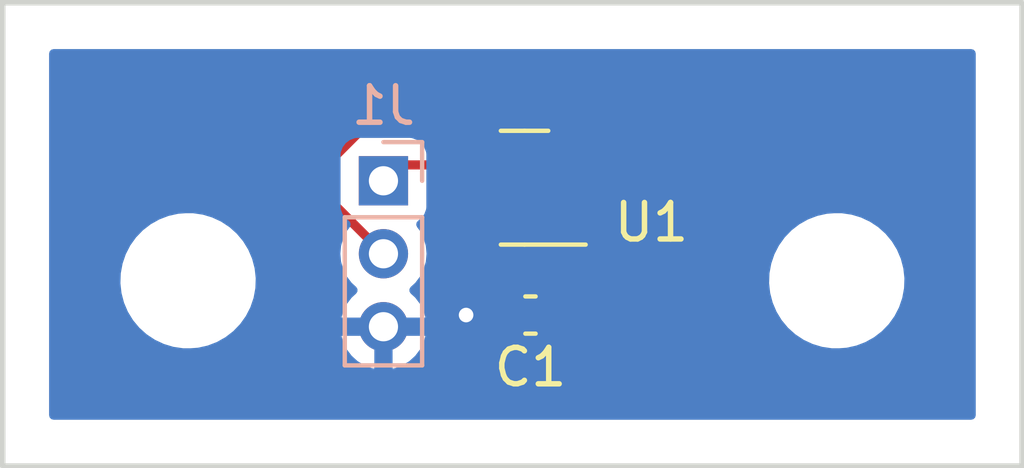
<source format=kicad_pcb>
(kicad_pcb (version 20221018) (generator pcbnew)
  (layers (0 "F.Cu" signal) (31 "B.Cu" signal) (34 "B.Paste" user) (35 "F.Paste" user) (36 "B.SilkS" user "B.Silkscreen") (37 "F.SilkS" user "F.Silkscreen") (38 "B.Mask" user) (39 "F.Mask" user) (44 "Edge.Cuts" user))
  (net 0 "")
  (net 1 "Net-(J1-Pin_1)")
  (net 2 "Net-(J1-Pin_3)")
  (net 3 "Net-(J1-Pin_2)")
  (footprint "MountingHole:MountingHole_3.2mm_M3" (layer "F.Cu") (at 83.82 91.44)
    (fp_text reference "REF**" hide)
    (fp_text value "MountingHole_3.2mm_M3" hide)
    (pad "" np_thru_hole circle (at 0 0) (size 3.2 3.2) (drill 3.2) (layers "*.Cu" "*.Mask"))
  )
  (footprint "MountingHole:MountingHole_3.2mm_M3" (layer "F.Cu") (at 66.04 91.44)
    (fp_text reference "REF**" hide)
    (fp_text value "MountingHole_3.2mm_M3" hide)
    (pad "" np_thru_hole circle (at 0 0) (size 3.2 3.2) (drill 3.2) (layers "*.Cu" "*.Mask"))
  )
  (footprint "Package_TO_SOT_SMD:SOT-23" (layer "F.Cu") (at 75.2625 88.89 180)
    (fp_text reference "U1" (at -3.4775 -0.95) (layer "F.SilkS"))
    (fp_text value "DRV5033AJxDBZ" hide)
    (fp_line (start 0 -1.56) (end -1.675 -1.56) (stroke (width 0.12)) (layer "F.SilkS"))
    (fp_line (start 0 -1.56) (end 0.65 -1.56) (stroke (width 0.12)) (layer "F.SilkS"))
    (fp_line (start 0 1.56) (end -0.65 1.56) (stroke (width 0.12)) (layer "F.SilkS"))
    (fp_line (start 0 1.56) (end 0.65 1.56) (stroke (width 0.12)) (layer "F.SilkS"))
    (pad "1" smd roundrect (at -0.9375 -0.95 180) (size 1.475 0.6) (layers "F.Cu" "F.Paste" "F.Mask") (net 1 "Net-(J1-Pin_1)"))
    (pad "2" smd roundrect (at -0.9375 0.95 180) (size 1.475 0.6) (layers "F.Cu" "F.Paste" "F.Mask") (net 3 "Net-(J1-Pin_2)"))
    (pad "3" smd roundrect (at 0.9375 0 180) (size 1.475 0.6) (layers "F.Cu" "F.Paste" "F.Mask") (net 2 "Net-(J1-Pin_3)"))
  )
  (footprint "Capacitor_SMD:C_0603_1608Metric" (layer "F.Cu") (at 75.425 92.38 180)
    (fp_text reference "C1" (at 0 -1.43) (layer "F.SilkS"))
    (fp_text value "100n" hide)
    (fp_line (start -0.14058 -0.51) (end 0.14058 -0.51) (stroke (width 0.12)) (layer "F.SilkS"))
    (fp_line (start -0.14058 0.51) (end 0.14058 0.51) (stroke (width 0.12)) (layer "F.SilkS"))
    (pad "1" smd roundrect (at -0.775 0 180) (size 0.9 0.95) (layers "F.Cu" "F.Paste" "F.Mask") (net 1 "Net-(J1-Pin_1)"))
    (pad "2" smd roundrect (at 0.775 0 180) (size 0.9 0.95) (layers "F.Cu" "F.Paste" "F.Mask") (net 2 "Net-(J1-Pin_3)"))
  )
  (footprint "Connector_PinHeader_2.00mm:PinHeader_1x03_P2.00mm_Vertical" (layer "B.Cu") (at 71.395 88.7 180)
    (fp_text reference "J1" (at 0 2.06) (layer "B.SilkS") (effects (justify mirror)))
    (fp_text value "Conn_01x03" hide)
    (fp_line (start -1.06 -5.06) (end 1.06 -5.06) (stroke (width 0.12)) (layer "B.SilkS"))
    (fp_line (start -1.06 -1) (end -1.06 -5.06) (stroke (width 0.12)) (layer "B.SilkS"))
    (fp_line (start -1.06 -1) (end 1.06 -1) (stroke (width 0.12)) (layer "B.SilkS"))
    (fp_line (start -1.06 0) (end -1.06 1.06) (stroke (width 0.12)) (layer "B.SilkS"))
    (fp_line (start -1.06 1.06) (end 0 1.06) (stroke (width 0.12)) (layer "B.SilkS"))
    (fp_line (start 1.06 -1) (end 1.06 -5.06) (stroke (width 0.12)) (layer "B.SilkS"))
    (pad "1" thru_hole rect (at 0 0 180) (size 1.35 1.35) (drill 0.8) (layers "*.Cu" "*.Mask") (net 1 "Net-(J1-Pin_1)"))
    (pad "2" thru_hole oval (at 0 -2 180) (size 1.35 1.35) (drill 0.8) (layers "*.Cu" "*.Mask") (net 3 "Net-(J1-Pin_2)"))
    (pad "3" thru_hole oval (at 0 -4 180) (size 1.35 1.35) (drill 0.8) (layers "*.Cu" "*.Mask") (net 2 "Net-(J1-Pin_3)"))
  )
  (gr_rect (start 60.96 83.82) (end 88.9 96.52) (stroke (width 0.15)) (fill none) (layer "Edge.Cuts"))
  (segment (start 77.47 89.84) (end 76.2 88.57) (width 0.25) (layer "F.Cu") (net 1))
  (segment (start 76.2 92.38) (end 77.47 91.11) (width 0.25) (layer "F.Cu") (net 1))
  (segment (start 75.414251 88.57) (end 75.109251 88.265) (width 0.25) (layer "F.Cu") (net 1))
  (segment (start 77.47 91.11) (end 77.47 89.84) (width 0.25) (layer "F.Cu") (net 1))
  (segment (start 76.2 89.84) (end 76.2 92.38) (width 0.25) (layer "F.Cu") (net 1))
  (segment (start 75.109251 88.265) (end 71.83 88.265) (width 0.25) (layer "F.Cu") (net 1))
  (segment (start 71.83 88.265) (end 71.395 88.7) (width 0.25) (layer "F.Cu") (net 1))
  (segment (start 76.2 88.57) (end 75.414251 88.57) (width 0.25) (layer "F.Cu") (net 1))
  (segment (start 74.65 92.38) (end 73.66 92.38) (width 0.25) (layer "F.Cu") (net 2))
  (segment (start 74.325 88.89) (end 74.65 89.215) (width 0.25) (layer "F.Cu") (net 2))
  (segment (start 74.65 89.215) (end 74.65 92.38) (width 0.25) (layer "F.Cu") (net 2))
  (via (at 73.66 92.38) (size 0.8) (drill 0.4) (layers "F.Cu" "B.Cu") (net 2))
  (segment (start 70.795 87.3) (end 69.85 88.245) (width 0.25) (layer "F.Cu") (net 3))
  (segment (start 69.85 88.245) (end 69.85 89.155) (width 0.25) (layer "F.Cu") (net 3))
  (segment (start 76.2 87.94) (end 75.56 87.3) (width 0.25) (layer "F.Cu") (net 3))
  (segment (start 69.85 89.155) (end 71.395 90.7) (width 0.25) (layer "F.Cu") (net 3))
  (segment (start 75.56 87.3) (end 70.795 87.3) (width 0.25) (layer "F.Cu") (net 3))
  (zone (net 2) (net_name "Net-(J1-Pin_3)") (layer "B.Cu") (connect_pads (clearance 0.5)) (min_thickness 0.25) (fill yes (thermal_gap 0.5) (thermal_bridge_width 0.5))
    (polygon (pts (xy 62.23 95.25) (xy 87.63 95.25) (xy 87.63 85.09) (xy 62.23 85.09)))
  )
)
</source>
